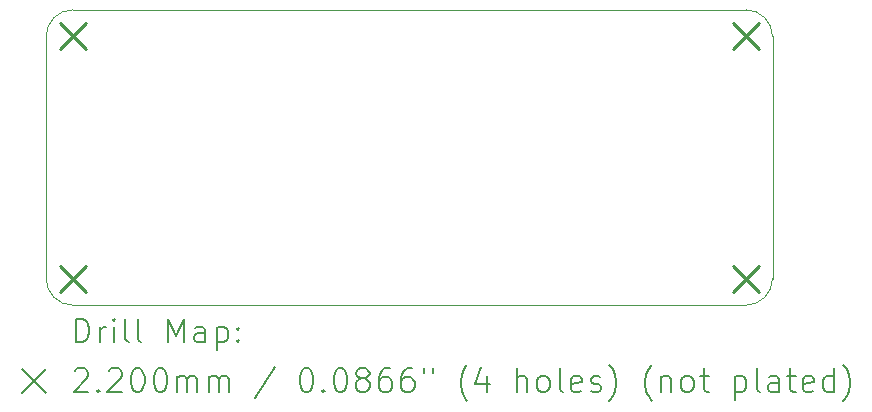
<source format=gbr>
%TF.GenerationSoftware,KiCad,Pcbnew,(6.0.9)*%
%TF.CreationDate,2022-11-19T12:25:15+01:00*%
%TF.ProjectId,SAMD21 breakout,53414d44-3231-4206-9272-65616b6f7574,rev?*%
%TF.SameCoordinates,Original*%
%TF.FileFunction,Drillmap*%
%TF.FilePolarity,Positive*%
%FSLAX45Y45*%
G04 Gerber Fmt 4.5, Leading zero omitted, Abs format (unit mm)*
G04 Created by KiCad (PCBNEW (6.0.9)) date 2022-11-19 12:25:15*
%MOMM*%
%LPD*%
G01*
G04 APERTURE LIST*
%ADD10C,0.100000*%
%ADD11C,0.200000*%
%ADD12C,0.220000*%
G04 APERTURE END LIST*
D10*
X3711520Y-234000D02*
G75*
G03*
X3936520Y-9000I0J225000D01*
G01*
X3936520Y-9000D02*
X3936520Y2041000D01*
X3936520Y2041000D02*
G75*
G03*
X3711520Y2266000I-225000J0D01*
G01*
X-2213480Y-9000D02*
G75*
G03*
X-1988480Y-234000I225000J0D01*
G01*
X-1988480Y2266000D02*
G75*
G03*
X-2213480Y2041000I0J-225000D01*
G01*
X3711520Y2266000D02*
X-1988480Y2266000D01*
X-1988480Y-234000D02*
X3711520Y-234000D01*
X-2213480Y2041000D02*
X-2213480Y-9000D01*
D11*
D12*
X-2098480Y2151000D02*
X-1878480Y1931000D01*
X-1878480Y2151000D02*
X-2098480Y1931000D01*
X-2098480Y101000D02*
X-1878480Y-119000D01*
X-1878480Y101000D02*
X-2098480Y-119000D01*
X3601520Y2151000D02*
X3821520Y1931000D01*
X3821520Y2151000D02*
X3601520Y1931000D01*
X3601520Y101000D02*
X3821520Y-119000D01*
X3821520Y101000D02*
X3601520Y-119000D01*
D11*
X-1960861Y-549476D02*
X-1960861Y-349476D01*
X-1913242Y-349476D01*
X-1884670Y-359000D01*
X-1865623Y-378048D01*
X-1856099Y-397095D01*
X-1846575Y-435190D01*
X-1846575Y-463762D01*
X-1856099Y-501857D01*
X-1865623Y-520905D01*
X-1884670Y-539952D01*
X-1913242Y-549476D01*
X-1960861Y-549476D01*
X-1760861Y-549476D02*
X-1760861Y-416143D01*
X-1760861Y-454238D02*
X-1751337Y-435190D01*
X-1741813Y-425667D01*
X-1722766Y-416143D01*
X-1703718Y-416143D01*
X-1637051Y-549476D02*
X-1637051Y-416143D01*
X-1637051Y-349476D02*
X-1646575Y-359000D01*
X-1637051Y-368524D01*
X-1627528Y-359000D01*
X-1637051Y-349476D01*
X-1637051Y-368524D01*
X-1513242Y-549476D02*
X-1532289Y-539952D01*
X-1541813Y-520905D01*
X-1541813Y-349476D01*
X-1408480Y-549476D02*
X-1427528Y-539952D01*
X-1437051Y-520905D01*
X-1437051Y-349476D01*
X-1179909Y-549476D02*
X-1179909Y-349476D01*
X-1113242Y-492333D01*
X-1046575Y-349476D01*
X-1046575Y-549476D01*
X-865623Y-549476D02*
X-865623Y-444714D01*
X-875147Y-425667D01*
X-894194Y-416143D01*
X-932289Y-416143D01*
X-951337Y-425667D01*
X-865623Y-539952D02*
X-884670Y-549476D01*
X-932289Y-549476D01*
X-951337Y-539952D01*
X-960861Y-520905D01*
X-960861Y-501857D01*
X-951337Y-482809D01*
X-932289Y-473286D01*
X-884670Y-473286D01*
X-865623Y-463762D01*
X-770385Y-416143D02*
X-770385Y-616143D01*
X-770385Y-425667D02*
X-751337Y-416143D01*
X-713242Y-416143D01*
X-694194Y-425667D01*
X-684670Y-435190D01*
X-675147Y-454238D01*
X-675147Y-511381D01*
X-684670Y-530429D01*
X-694194Y-539952D01*
X-713242Y-549476D01*
X-751337Y-549476D01*
X-770385Y-539952D01*
X-589432Y-530429D02*
X-579909Y-539952D01*
X-589432Y-549476D01*
X-598956Y-539952D01*
X-589432Y-530429D01*
X-589432Y-549476D01*
X-589432Y-425667D02*
X-579909Y-435190D01*
X-589432Y-444714D01*
X-598956Y-435190D01*
X-589432Y-425667D01*
X-589432Y-444714D01*
X-2418480Y-779000D02*
X-2218480Y-979000D01*
X-2218480Y-779000D02*
X-2418480Y-979000D01*
X-1970385Y-788524D02*
X-1960861Y-779000D01*
X-1941813Y-769476D01*
X-1894194Y-769476D01*
X-1875147Y-779000D01*
X-1865623Y-788524D01*
X-1856099Y-807571D01*
X-1856099Y-826619D01*
X-1865623Y-855190D01*
X-1979908Y-969476D01*
X-1856099Y-969476D01*
X-1770385Y-950428D02*
X-1760861Y-959952D01*
X-1770385Y-969476D01*
X-1779908Y-959952D01*
X-1770385Y-950428D01*
X-1770385Y-969476D01*
X-1684670Y-788524D02*
X-1675147Y-779000D01*
X-1656099Y-769476D01*
X-1608480Y-769476D01*
X-1589432Y-779000D01*
X-1579908Y-788524D01*
X-1570385Y-807571D01*
X-1570385Y-826619D01*
X-1579908Y-855190D01*
X-1694194Y-969476D01*
X-1570385Y-969476D01*
X-1446575Y-769476D02*
X-1427528Y-769476D01*
X-1408480Y-779000D01*
X-1398956Y-788524D01*
X-1389432Y-807571D01*
X-1379909Y-845667D01*
X-1379909Y-893286D01*
X-1389432Y-931381D01*
X-1398956Y-950428D01*
X-1408480Y-959952D01*
X-1427528Y-969476D01*
X-1446575Y-969476D01*
X-1465623Y-959952D01*
X-1475147Y-950428D01*
X-1484670Y-931381D01*
X-1494194Y-893286D01*
X-1494194Y-845667D01*
X-1484670Y-807571D01*
X-1475147Y-788524D01*
X-1465623Y-779000D01*
X-1446575Y-769476D01*
X-1256099Y-769476D02*
X-1237051Y-769476D01*
X-1218004Y-779000D01*
X-1208480Y-788524D01*
X-1198956Y-807571D01*
X-1189432Y-845667D01*
X-1189432Y-893286D01*
X-1198956Y-931381D01*
X-1208480Y-950428D01*
X-1218004Y-959952D01*
X-1237051Y-969476D01*
X-1256099Y-969476D01*
X-1275147Y-959952D01*
X-1284670Y-950428D01*
X-1294194Y-931381D01*
X-1303718Y-893286D01*
X-1303718Y-845667D01*
X-1294194Y-807571D01*
X-1284670Y-788524D01*
X-1275147Y-779000D01*
X-1256099Y-769476D01*
X-1103718Y-969476D02*
X-1103718Y-836143D01*
X-1103718Y-855190D02*
X-1094194Y-845667D01*
X-1075147Y-836143D01*
X-1046575Y-836143D01*
X-1027528Y-845667D01*
X-1018004Y-864714D01*
X-1018004Y-969476D01*
X-1018004Y-864714D02*
X-1008480Y-845667D01*
X-989432Y-836143D01*
X-960861Y-836143D01*
X-941813Y-845667D01*
X-932289Y-864714D01*
X-932289Y-969476D01*
X-837051Y-969476D02*
X-837051Y-836143D01*
X-837051Y-855190D02*
X-827528Y-845667D01*
X-808480Y-836143D01*
X-779908Y-836143D01*
X-760861Y-845667D01*
X-751337Y-864714D01*
X-751337Y-969476D01*
X-751337Y-864714D02*
X-741813Y-845667D01*
X-722766Y-836143D01*
X-694194Y-836143D01*
X-675147Y-845667D01*
X-665623Y-864714D01*
X-665623Y-969476D01*
X-275147Y-759952D02*
X-446575Y-1017095D01*
X-18004Y-769476D02*
X1044Y-769476D01*
X20091Y-779000D01*
X29615Y-788524D01*
X39139Y-807571D01*
X48663Y-845667D01*
X48663Y-893286D01*
X39139Y-931381D01*
X29615Y-950428D01*
X20091Y-959952D01*
X1044Y-969476D01*
X-18004Y-969476D01*
X-37051Y-959952D01*
X-46575Y-950428D01*
X-56099Y-931381D01*
X-65623Y-893286D01*
X-65623Y-845667D01*
X-56099Y-807571D01*
X-46575Y-788524D01*
X-37051Y-779000D01*
X-18004Y-769476D01*
X134377Y-950428D02*
X143901Y-959952D01*
X134377Y-969476D01*
X124853Y-959952D01*
X134377Y-950428D01*
X134377Y-969476D01*
X267710Y-769476D02*
X286758Y-769476D01*
X305806Y-779000D01*
X315330Y-788524D01*
X324853Y-807571D01*
X334377Y-845667D01*
X334377Y-893286D01*
X324853Y-931381D01*
X315330Y-950428D01*
X305806Y-959952D01*
X286758Y-969476D01*
X267710Y-969476D01*
X248663Y-959952D01*
X239139Y-950428D01*
X229615Y-931381D01*
X220091Y-893286D01*
X220091Y-845667D01*
X229615Y-807571D01*
X239139Y-788524D01*
X248663Y-779000D01*
X267710Y-769476D01*
X448663Y-855190D02*
X429615Y-845667D01*
X420091Y-836143D01*
X410568Y-817095D01*
X410568Y-807571D01*
X420091Y-788524D01*
X429615Y-779000D01*
X448663Y-769476D01*
X486758Y-769476D01*
X505806Y-779000D01*
X515329Y-788524D01*
X524853Y-807571D01*
X524853Y-817095D01*
X515329Y-836143D01*
X505806Y-845667D01*
X486758Y-855190D01*
X448663Y-855190D01*
X429615Y-864714D01*
X420091Y-874238D01*
X410568Y-893286D01*
X410568Y-931381D01*
X420091Y-950428D01*
X429615Y-959952D01*
X448663Y-969476D01*
X486758Y-969476D01*
X505806Y-959952D01*
X515329Y-950428D01*
X524853Y-931381D01*
X524853Y-893286D01*
X515329Y-874238D01*
X505806Y-864714D01*
X486758Y-855190D01*
X696282Y-769476D02*
X658187Y-769476D01*
X639139Y-779000D01*
X629615Y-788524D01*
X610568Y-817095D01*
X601044Y-855190D01*
X601044Y-931381D01*
X610568Y-950428D01*
X620091Y-959952D01*
X639139Y-969476D01*
X677234Y-969476D01*
X696282Y-959952D01*
X705806Y-950428D01*
X715329Y-931381D01*
X715329Y-883762D01*
X705806Y-864714D01*
X696282Y-855190D01*
X677234Y-845667D01*
X639139Y-845667D01*
X620091Y-855190D01*
X610568Y-864714D01*
X601044Y-883762D01*
X886758Y-769476D02*
X848663Y-769476D01*
X829615Y-779000D01*
X820091Y-788524D01*
X801044Y-817095D01*
X791520Y-855190D01*
X791520Y-931381D01*
X801044Y-950428D01*
X810568Y-959952D01*
X829615Y-969476D01*
X867710Y-969476D01*
X886758Y-959952D01*
X896282Y-950428D01*
X905806Y-931381D01*
X905806Y-883762D01*
X896282Y-864714D01*
X886758Y-855190D01*
X867710Y-845667D01*
X829615Y-845667D01*
X810568Y-855190D01*
X801044Y-864714D01*
X791520Y-883762D01*
X981996Y-769476D02*
X981996Y-807571D01*
X1058187Y-769476D02*
X1058187Y-807571D01*
X1353425Y-1045667D02*
X1343901Y-1036143D01*
X1324853Y-1007571D01*
X1315330Y-988524D01*
X1305806Y-959952D01*
X1296282Y-912333D01*
X1296282Y-874238D01*
X1305806Y-826619D01*
X1315330Y-798048D01*
X1324853Y-779000D01*
X1343901Y-750428D01*
X1353425Y-740905D01*
X1515329Y-836143D02*
X1515329Y-969476D01*
X1467710Y-759952D02*
X1420091Y-902809D01*
X1543901Y-902809D01*
X1772472Y-969476D02*
X1772472Y-769476D01*
X1858187Y-969476D02*
X1858187Y-864714D01*
X1848663Y-845667D01*
X1829615Y-836143D01*
X1801044Y-836143D01*
X1781996Y-845667D01*
X1772472Y-855190D01*
X1981996Y-969476D02*
X1962948Y-959952D01*
X1953425Y-950428D01*
X1943901Y-931381D01*
X1943901Y-874238D01*
X1953425Y-855190D01*
X1962948Y-845667D01*
X1981996Y-836143D01*
X2010568Y-836143D01*
X2029615Y-845667D01*
X2039139Y-855190D01*
X2048663Y-874238D01*
X2048663Y-931381D01*
X2039139Y-950428D01*
X2029615Y-959952D01*
X2010568Y-969476D01*
X1981996Y-969476D01*
X2162949Y-969476D02*
X2143901Y-959952D01*
X2134377Y-940905D01*
X2134377Y-769476D01*
X2315330Y-959952D02*
X2296282Y-969476D01*
X2258187Y-969476D01*
X2239139Y-959952D01*
X2229615Y-940905D01*
X2229615Y-864714D01*
X2239139Y-845667D01*
X2258187Y-836143D01*
X2296282Y-836143D01*
X2315330Y-845667D01*
X2324853Y-864714D01*
X2324853Y-883762D01*
X2229615Y-902809D01*
X2401044Y-959952D02*
X2420091Y-969476D01*
X2458187Y-969476D01*
X2477234Y-959952D01*
X2486758Y-940905D01*
X2486758Y-931381D01*
X2477234Y-912333D01*
X2458187Y-902809D01*
X2429615Y-902809D01*
X2410568Y-893286D01*
X2401044Y-874238D01*
X2401044Y-864714D01*
X2410568Y-845667D01*
X2429615Y-836143D01*
X2458187Y-836143D01*
X2477234Y-845667D01*
X2553425Y-1045667D02*
X2562949Y-1036143D01*
X2581996Y-1007571D01*
X2591520Y-988524D01*
X2601044Y-959952D01*
X2610568Y-912333D01*
X2610568Y-874238D01*
X2601044Y-826619D01*
X2591520Y-798048D01*
X2581996Y-779000D01*
X2562949Y-750428D01*
X2553425Y-740905D01*
X2915329Y-1045667D02*
X2905806Y-1036143D01*
X2886758Y-1007571D01*
X2877234Y-988524D01*
X2867710Y-959952D01*
X2858187Y-912333D01*
X2858187Y-874238D01*
X2867710Y-826619D01*
X2877234Y-798048D01*
X2886758Y-779000D01*
X2905806Y-750428D01*
X2915329Y-740905D01*
X2991520Y-836143D02*
X2991520Y-969476D01*
X2991520Y-855190D02*
X3001044Y-845667D01*
X3020091Y-836143D01*
X3048663Y-836143D01*
X3067710Y-845667D01*
X3077234Y-864714D01*
X3077234Y-969476D01*
X3201044Y-969476D02*
X3181996Y-959952D01*
X3172472Y-950428D01*
X3162948Y-931381D01*
X3162948Y-874238D01*
X3172472Y-855190D01*
X3181996Y-845667D01*
X3201044Y-836143D01*
X3229615Y-836143D01*
X3248663Y-845667D01*
X3258187Y-855190D01*
X3267710Y-874238D01*
X3267710Y-931381D01*
X3258187Y-950428D01*
X3248663Y-959952D01*
X3229615Y-969476D01*
X3201044Y-969476D01*
X3324853Y-836143D02*
X3401044Y-836143D01*
X3353425Y-769476D02*
X3353425Y-940905D01*
X3362948Y-959952D01*
X3381996Y-969476D01*
X3401044Y-969476D01*
X3620091Y-836143D02*
X3620091Y-1036143D01*
X3620091Y-845667D02*
X3639139Y-836143D01*
X3677234Y-836143D01*
X3696282Y-845667D01*
X3705806Y-855190D01*
X3715329Y-874238D01*
X3715329Y-931381D01*
X3705806Y-950428D01*
X3696282Y-959952D01*
X3677234Y-969476D01*
X3639139Y-969476D01*
X3620091Y-959952D01*
X3829615Y-969476D02*
X3810568Y-959952D01*
X3801044Y-940905D01*
X3801044Y-769476D01*
X3991520Y-969476D02*
X3991520Y-864714D01*
X3981996Y-845667D01*
X3962948Y-836143D01*
X3924853Y-836143D01*
X3905806Y-845667D01*
X3991520Y-959952D02*
X3972472Y-969476D01*
X3924853Y-969476D01*
X3905806Y-959952D01*
X3896282Y-940905D01*
X3896282Y-921857D01*
X3905806Y-902809D01*
X3924853Y-893286D01*
X3972472Y-893286D01*
X3991520Y-883762D01*
X4058187Y-836143D02*
X4134377Y-836143D01*
X4086758Y-769476D02*
X4086758Y-940905D01*
X4096282Y-959952D01*
X4115329Y-969476D01*
X4134377Y-969476D01*
X4277234Y-959952D02*
X4258187Y-969476D01*
X4220091Y-969476D01*
X4201044Y-959952D01*
X4191520Y-940905D01*
X4191520Y-864714D01*
X4201044Y-845667D01*
X4220091Y-836143D01*
X4258187Y-836143D01*
X4277234Y-845667D01*
X4286758Y-864714D01*
X4286758Y-883762D01*
X4191520Y-902809D01*
X4458187Y-969476D02*
X4458187Y-769476D01*
X4458187Y-959952D02*
X4439139Y-969476D01*
X4401044Y-969476D01*
X4381996Y-959952D01*
X4372472Y-950428D01*
X4362949Y-931381D01*
X4362949Y-874238D01*
X4372472Y-855190D01*
X4381996Y-845667D01*
X4401044Y-836143D01*
X4439139Y-836143D01*
X4458187Y-845667D01*
X4534377Y-1045667D02*
X4543901Y-1036143D01*
X4562949Y-1007571D01*
X4572472Y-988524D01*
X4581996Y-959952D01*
X4591520Y-912333D01*
X4591520Y-874238D01*
X4581996Y-826619D01*
X4572472Y-798048D01*
X4562949Y-779000D01*
X4543901Y-750428D01*
X4534377Y-740905D01*
M02*

</source>
